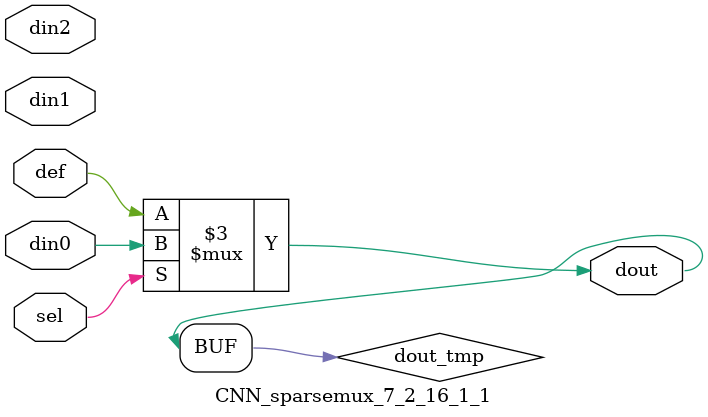
<source format=v>
`timescale 1ns / 1ps

module CNN_sparsemux_7_2_16_1_1 (din0,din1,din2,def,sel,dout);

parameter din0_WIDTH = 1;

parameter din1_WIDTH = 1;

parameter din2_WIDTH = 1;

parameter def_WIDTH = 1;
parameter sel_WIDTH = 1;
parameter dout_WIDTH = 1;

parameter [sel_WIDTH-1:0] CASE0 = 1;

parameter [sel_WIDTH-1:0] CASE1 = 1;

parameter [sel_WIDTH-1:0] CASE2 = 1;

parameter ID = 1;
parameter NUM_STAGE = 1;



input [din0_WIDTH-1:0] din0;

input [din1_WIDTH-1:0] din1;

input [din2_WIDTH-1:0] din2;

input [def_WIDTH-1:0] def;
input [sel_WIDTH-1:0] sel;

output [dout_WIDTH-1:0] dout;



reg [dout_WIDTH-1:0] dout_tmp;


always @ (*) begin
(* parallel_case *) case (sel)
    
    CASE0 : dout_tmp = din0;
    
    CASE1 : dout_tmp = din1;
    
    CASE2 : dout_tmp = din2;
    
    default : dout_tmp = def;
endcase
end


assign dout = dout_tmp;



endmodule

</source>
